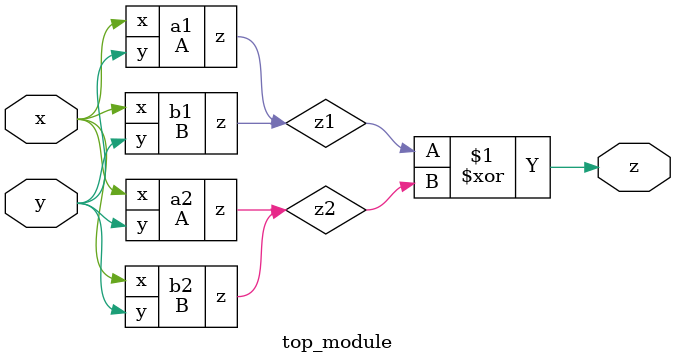
<source format=sv>
module A(
    input x,
    input y,
    output z);
    
    assign z = (x ^ y) & x;
    
endmodule
module B(
    input x,
    input y,
    output z);
    
    assign z = ((x & ~y) | (x ^ y)) & (~x | y);
    
endmodule
module top_module(
    input x,
    input y,
    output z);
    
    wire z1, z2;
    A a1(.x(x), .y(y), .z(z1));
    B b1(.x(x), .y(y), .z(z1));
    A a2(.x(x), .y(y), .z(z2));
    B b2(.x(x), .y(y), .z(z2));
    
    assign z = z1 ^ z2;
    
endmodule

</source>
